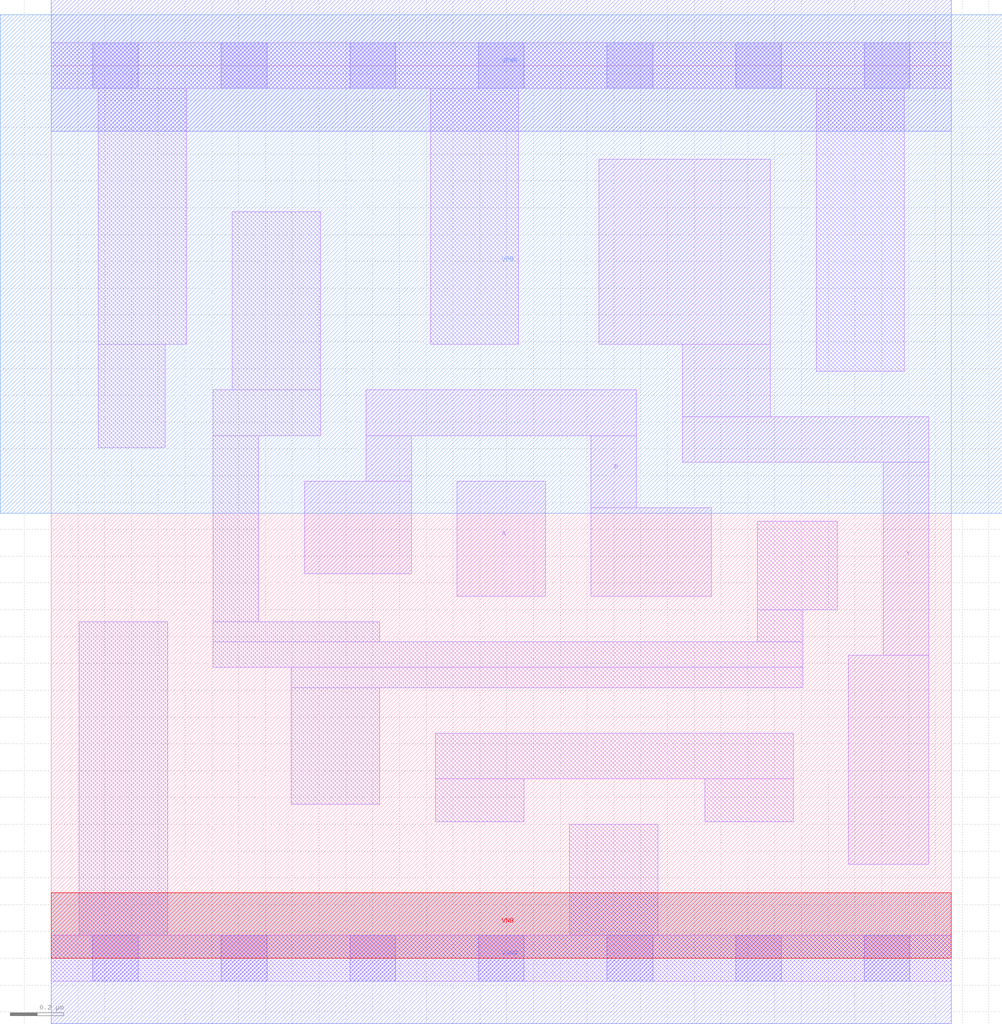
<source format=lef>
# Copyright 2020 The SkyWater PDK Authors
#
# Licensed under the Apache License, Version 2.0 (the "License");
# you may not use this file except in compliance with the License.
# You may obtain a copy of the License at
#
#     https://www.apache.org/licenses/LICENSE-2.0
#
# Unless required by applicable law or agreed to in writing, software
# distributed under the License is distributed on an "AS IS" BASIS,
# WITHOUT WARRANTIES OR CONDITIONS OF ANY KIND, either express or implied.
# See the License for the specific language governing permissions and
# limitations under the License.
#
# SPDX-License-Identifier: Apache-2.0

VERSION 5.7 ;
  NOWIREEXTENSIONATPIN ON ;
  DIVIDERCHAR "/" ;
  BUSBITCHARS "[]" ;
MACRO sky130_fd_sc_ls__xnor2_1
  CLASS CORE ;
  FOREIGN sky130_fd_sc_ls__xnor2_1 ;
  ORIGIN  0.000000  0.000000 ;
  SIZE  3.360000 BY  3.330000 ;
  SYMMETRY X Y ;
  SITE unit ;
  PIN A
    ANTENNAGATEAREA  0.501000 ;
    DIRECTION INPUT ;
    USE SIGNAL ;
    PORT
      LAYER li1 ;
        RECT 1.515000 1.350000 1.845000 1.780000 ;
    END
  END A
  PIN B
    ANTENNAGATEAREA  0.501000 ;
    DIRECTION INPUT ;
    USE SIGNAL ;
    PORT
      LAYER li1 ;
        RECT 0.945000 1.435000 1.345000 1.780000 ;
        RECT 1.175000 1.780000 1.345000 1.950000 ;
        RECT 1.175000 1.950000 2.185000 2.120000 ;
        RECT 2.015000 1.350000 2.465000 1.680000 ;
        RECT 2.015000 1.680000 2.185000 1.950000 ;
    END
  END B
  PIN Y
    ANTENNADIFFAREA  0.699800 ;
    DIRECTION OUTPUT ;
    USE SIGNAL ;
    PORT
      LAYER li1 ;
        RECT 2.045000 2.290000 2.685000 2.980000 ;
        RECT 2.355000 1.850000 3.275000 2.020000 ;
        RECT 2.355000 2.020000 2.685000 2.290000 ;
        RECT 2.975000 0.350000 3.275000 1.130000 ;
        RECT 3.105000 1.130000 3.275000 1.850000 ;
    END
  END Y
  PIN VGND
    DIRECTION INOUT ;
    SHAPE ABUTMENT ;
    USE GROUND ;
    PORT
      LAYER met1 ;
        RECT 0.000000 -0.245000 3.360000 0.245000 ;
    END
  END VGND
  PIN VNB
    DIRECTION INOUT ;
    USE GROUND ;
    PORT
      LAYER pwell ;
        RECT 0.000000 0.000000 3.360000 0.245000 ;
    END
  END VNB
  PIN VPB
    DIRECTION INOUT ;
    USE POWER ;
    PORT
      LAYER nwell ;
        RECT -0.190000 1.660000 3.550000 3.520000 ;
    END
  END VPB
  PIN VPWR
    DIRECTION INOUT ;
    SHAPE ABUTMENT ;
    USE POWER ;
    PORT
      LAYER met1 ;
        RECT 0.000000 3.085000 3.360000 3.575000 ;
    END
  END VPWR
  OBS
    LAYER li1 ;
      RECT 0.000000 -0.085000 3.360000 0.085000 ;
      RECT 0.000000  3.245000 3.360000 3.415000 ;
      RECT 0.105000  0.085000 0.435000 1.255000 ;
      RECT 0.175000  1.905000 0.425000 2.290000 ;
      RECT 0.175000  2.290000 0.505000 3.245000 ;
      RECT 0.605000  1.085000 2.805000 1.180000 ;
      RECT 0.605000  1.180000 1.225000 1.255000 ;
      RECT 0.605000  1.255000 0.775000 1.950000 ;
      RECT 0.605000  1.950000 1.005000 2.120000 ;
      RECT 0.675000  2.120000 1.005000 2.785000 ;
      RECT 0.895000  0.575000 1.225000 1.010000 ;
      RECT 0.895000  1.010000 2.805000 1.085000 ;
      RECT 1.415000  2.290000 1.745000 3.245000 ;
      RECT 1.435000  0.510000 1.765000 0.670000 ;
      RECT 1.435000  0.670000 2.770000 0.840000 ;
      RECT 1.935000  0.085000 2.265000 0.500000 ;
      RECT 2.440000  0.510000 2.770000 0.670000 ;
      RECT 2.635000  1.180000 2.805000 1.300000 ;
      RECT 2.635000  1.300000 2.935000 1.630000 ;
      RECT 2.855000  2.190000 3.185000 3.245000 ;
    LAYER mcon ;
      RECT 0.155000 -0.085000 0.325000 0.085000 ;
      RECT 0.155000  3.245000 0.325000 3.415000 ;
      RECT 0.635000 -0.085000 0.805000 0.085000 ;
      RECT 0.635000  3.245000 0.805000 3.415000 ;
      RECT 1.115000 -0.085000 1.285000 0.085000 ;
      RECT 1.115000  3.245000 1.285000 3.415000 ;
      RECT 1.595000 -0.085000 1.765000 0.085000 ;
      RECT 1.595000  3.245000 1.765000 3.415000 ;
      RECT 2.075000 -0.085000 2.245000 0.085000 ;
      RECT 2.075000  3.245000 2.245000 3.415000 ;
      RECT 2.555000 -0.085000 2.725000 0.085000 ;
      RECT 2.555000  3.245000 2.725000 3.415000 ;
      RECT 3.035000 -0.085000 3.205000 0.085000 ;
      RECT 3.035000  3.245000 3.205000 3.415000 ;
  END
END sky130_fd_sc_ls__xnor2_1
END LIBRARY

</source>
